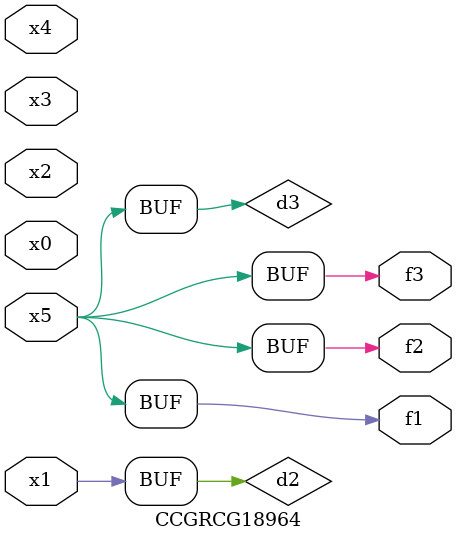
<source format=v>
module CCGRCG18964(
	input x0, x1, x2, x3, x4, x5,
	output f1, f2, f3
);

	wire d1, d2, d3;

	not (d1, x5);
	or (d2, x1);
	xnor (d3, d1);
	assign f1 = d3;
	assign f2 = d3;
	assign f3 = d3;
endmodule

</source>
